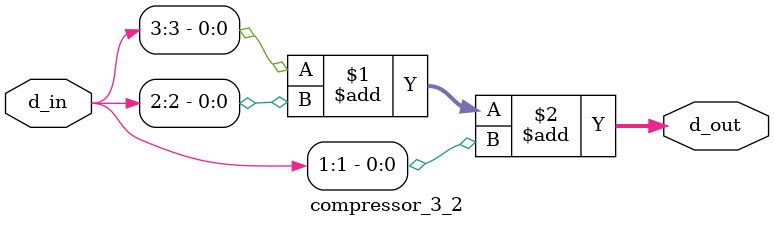
<source format=v>
module compressor_3_2
(
    input [3:1] d_in, 
    output [2:1] d_out //输出为{2^1, 2^0}
); 

/*
reg [2:1] count; 

assign d_out = count; 

always@(*) begin
    case(d_in)
    3'b000 : count = 2'd0;
    3'b001 : count = 2'd1;
    3'b010 : count = 2'd1;
    3'b011 : count = 2'd2;
    3'b100 : count = 2'd1;
    3'b101 : count = 2'd2;
    3'b110 : count = 2'd2;
    3'b111 : count = 2'd3;
    endcase
end
*/

//assign d_out[1] =  d_in[3] ^ d_in[2] ^ d_in[1];
//assign d_out[2] =  (d_in[3] & d_in[2] ) | (d_in[1] & (d_in[3] ^ d_in[2]));

assign d_out = d_in[3] + d_in[2] + d_in[1];
endmodule

</source>
